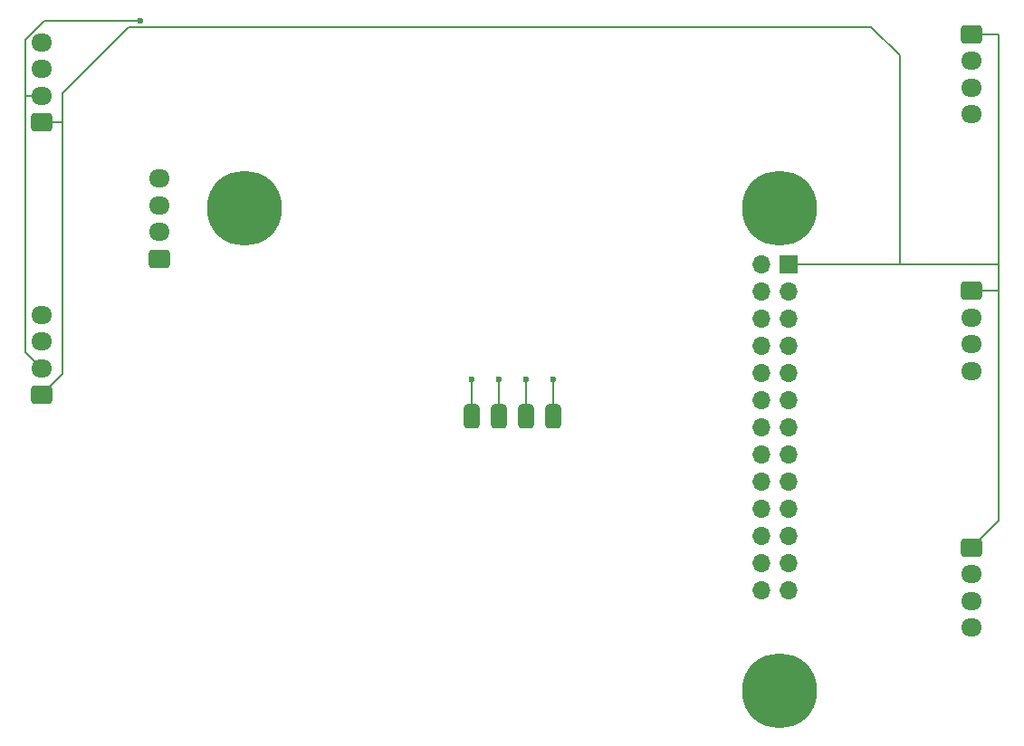
<source format=gbl>
%TF.GenerationSoftware,KiCad,Pcbnew,8.0.4-8.0.4-0~ubuntu22.04.1*%
%TF.CreationDate,2024-09-28T14:33:57-04:00*%
%TF.ProjectId,hivemind-pcb,68697665-6d69-46e6-942d-7063622e6b69,rev?*%
%TF.SameCoordinates,Original*%
%TF.FileFunction,Copper,L2,Bot*%
%TF.FilePolarity,Positive*%
%FSLAX46Y46*%
G04 Gerber Fmt 4.6, Leading zero omitted, Abs format (unit mm)*
G04 Created by KiCad (PCBNEW 8.0.4-8.0.4-0~ubuntu22.04.1) date 2024-09-28 14:33:57*
%MOMM*%
%LPD*%
G01*
G04 APERTURE LIST*
G04 Aperture macros list*
%AMRoundRect*
0 Rectangle with rounded corners*
0 $1 Rounding radius*
0 $2 $3 $4 $5 $6 $7 $8 $9 X,Y pos of 4 corners*
0 Add a 4 corners polygon primitive as box body*
4,1,4,$2,$3,$4,$5,$6,$7,$8,$9,$2,$3,0*
0 Add four circle primitives for the rounded corners*
1,1,$1+$1,$2,$3*
1,1,$1+$1,$4,$5*
1,1,$1+$1,$6,$7*
1,1,$1+$1,$8,$9*
0 Add four rect primitives between the rounded corners*
20,1,$1+$1,$2,$3,$4,$5,0*
20,1,$1+$1,$4,$5,$6,$7,0*
20,1,$1+$1,$6,$7,$8,$9,0*
20,1,$1+$1,$8,$9,$2,$3,0*%
G04 Aperture macros list end*
%TA.AperFunction,ComponentPad*%
%ADD10O,1.950000X1.700000*%
%TD*%
%TA.AperFunction,ComponentPad*%
%ADD11RoundRect,0.250000X-0.725000X0.600000X-0.725000X-0.600000X0.725000X-0.600000X0.725000X0.600000X0*%
%TD*%
%TA.AperFunction,ComponentPad*%
%ADD12C,7.000000*%
%TD*%
%TA.AperFunction,ComponentPad*%
%ADD13RoundRect,0.250000X0.725000X-0.600000X0.725000X0.600000X-0.725000X0.600000X-0.725000X-0.600000X0*%
%TD*%
%TA.AperFunction,SMDPad,CuDef*%
%ADD14RoundRect,0.381000X0.381000X-0.762000X0.381000X0.762000X-0.381000X0.762000X-0.381000X-0.762000X0*%
%TD*%
%TA.AperFunction,ComponentPad*%
%ADD15O,1.700000X1.700000*%
%TD*%
%TA.AperFunction,ComponentPad*%
%ADD16R,1.700000X1.700000*%
%TD*%
%TA.AperFunction,ViaPad*%
%ADD17C,0.600000*%
%TD*%
%TA.AperFunction,Conductor*%
%ADD18C,0.200000*%
%TD*%
G04 APERTURE END LIST*
D10*
%TO.P,Queen,4,Pin_4*%
%TO.N,Net-(OPiZero3-PC5)*%
X246500000Y-55250000D03*
%TO.P,Queen,3,Pin_3*%
%TO.N,Net-(OPiZero3-PC6)*%
X246500000Y-52750000D03*
%TO.P,Queen,2,Pin_2*%
%TO.N,Net-(Abs1-Pin_2)*%
X246500000Y-50250000D03*
D11*
%TO.P,Queen,1,Pin_1*%
%TO.N,Net-(Abs1-Pin_1)*%
X246500000Y-47750000D03*
%TD*%
D10*
%TO.P,Checkers1,4,Pin_4*%
%TO.N,N/C*%
X246500000Y-103250000D03*
%TO.P,Checkers1,3,Pin_3*%
X246500000Y-100750000D03*
%TO.P,Checkers1,2,Pin_2*%
%TO.N,Net-(Abs1-Pin_2)*%
X246500000Y-98250000D03*
D11*
%TO.P,Checkers1,1,Pin_1*%
%TO.N,Net-(Abs1-Pin_1)*%
X246500000Y-95750000D03*
%TD*%
D12*
%TO.P,REF\u002A\u002A,1*%
%TO.N,N/C*%
X228500000Y-64000000D03*
%TD*%
D10*
%TO.P,Abs,4,Pin_4*%
%TO.N,N/C*%
X159500000Y-48500000D03*
%TO.P,Abs,3,Pin_3*%
X159500000Y-51000000D03*
%TO.P,Abs,2,Pin_2*%
X159500000Y-53500000D03*
D13*
%TO.P,Abs,1,Pin_1*%
X159500000Y-56000000D03*
%TD*%
D10*
%TO.P,Skulls1,4,Pin_4*%
%TO.N,Net-(OPiZero3-Pin_19)*%
X246500000Y-79250000D03*
%TO.P,Skulls1,3,Pin_3*%
%TO.N,Net-(OPiZero3-PC8)*%
X246500000Y-76750000D03*
%TO.P,Skulls1,2,Pin_2*%
%TO.N,Net-(Abs1-Pin_2)*%
X246500000Y-74250000D03*
D11*
%TO.P,Skulls1,1,Pin_1*%
%TO.N,Net-(Abs1-Pin_1)*%
X246500000Y-71750000D03*
%TD*%
D12*
%TO.P,REF\u002A\u002A,1*%
%TO.N,N/C*%
X228500000Y-109150000D03*
%TD*%
D10*
%TO.P,LCD,4,GND*%
%TO.N,Net-(LCD1-GND)*%
X170500000Y-61250000D03*
%TO.P,LCD,3,VCC*%
%TO.N,Net-(LCD1-VCC)*%
X170500000Y-63750000D03*
%TO.P,LCD,2,SDA*%
%TO.N,Net-(LCD1-SDA)*%
X170500000Y-66250000D03*
D13*
%TO.P,LCD,1,SCK*%
%TO.N,Net-(LCD1-SCK)*%
X170500000Y-68750000D03*
%TD*%
D12*
%TO.P,REF\u002A\u002A,1*%
%TO.N,N/C*%
X178500000Y-64000000D03*
%TD*%
D10*
%TO.P,Stripes,4,Pin_4*%
%TO.N,Net-(OPiZero3-Pin_26)*%
X159500000Y-74000000D03*
%TO.P,Stripes,3,Pin_3*%
%TO.N,Net-(OPiZero3-Pin_24)*%
X159500000Y-76500000D03*
%TO.P,Stripes,2,Pin_2*%
%TO.N,Net-(Abs1-Pin_2)*%
X159500000Y-79000000D03*
D13*
%TO.P,Stripes,1,Pin_1*%
%TO.N,Net-(Abs1-Pin_1)*%
X159500000Y-81500000D03*
%TD*%
D14*
%TO.P,PN532,1,SCK*%
%TO.N,Net-(LCD1-SCK)*%
X199750000Y-83500000D03*
%TO.P,PN532,2,SDA*%
%TO.N,Net-(LCD1-SDA)*%
X202290000Y-83500000D03*
%TO.P,PN532,3,VCC*%
%TO.N,Net-(LCD1-VCC)*%
X204830000Y-83500000D03*
%TO.P,PN532,4,GND*%
%TO.N,Net-(LCD1-GND)*%
X207370000Y-83500000D03*
%TD*%
D15*
%TO.P,OPiZero3,26,Pin_26*%
%TO.N,Net-(OPiZero3-Pin_26)*%
X226860000Y-99730000D03*
%TO.P,OPiZero3,25,Pin_25*%
%TO.N,Net-(Abs1-Pin_2)*%
X229400000Y-99730000D03*
%TO.P,OPiZero3,24,Pin_24*%
%TO.N,Net-(OPiZero3-Pin_24)*%
X226860000Y-97190000D03*
%TO.P,OPiZero3,23,Pin_23*%
%TO.N,Net-(Checkers1-Pin_4)*%
X229400000Y-97190000D03*
%TO.P,OPiZero3,22,Pin_22*%
%TO.N,Net-(Abs1-Pin_4)*%
X226860000Y-94650000D03*
%TO.P,OPiZero3,21,Pin_21*%
%TO.N,Net-(Checkers1-Pin_3)*%
X229400000Y-94650000D03*
%TO.P,OPiZero3,20,Pin_20*%
%TO.N,unconnected-(OPiZero3-Pin_20-Pad20)*%
X226860000Y-92110000D03*
%TO.P,OPiZero3,19,Pin_19*%
%TO.N,Net-(OPiZero3-Pin_19)*%
X229400000Y-92110000D03*
%TO.P,OPiZero3,18,Pin_18*%
%TO.N,Net-(Abs1-Pin_3)*%
X226860000Y-89570000D03*
%TO.P,OPiZero3,17,Pin_17*%
%TO.N,unconnected-(OPiZero3-Pin_17-Pad17)*%
X229400000Y-89570000D03*
%TO.P,OPiZero3,16,Pin_16*%
%TO.N,unconnected-(OPiZero3-Pin_16-Pad16)*%
X226860000Y-87030000D03*
%TO.P,OPiZero3,15,PC8*%
%TO.N,Net-(OPiZero3-PC8)*%
X229400000Y-87030000D03*
%TO.P,OPiZero3,14,Pin_14*%
%TO.N,unconnected-(OPiZero3-Pin_14-Pad14)*%
X226860000Y-84490000D03*
%TO.P,OPiZero3,13,PC5*%
%TO.N,Net-(OPiZero3-PC5)*%
X229400000Y-84490000D03*
%TO.P,OPiZero3,12,Pin_12*%
%TO.N,unconnected-(OPiZero3-Pin_12-Pad12)*%
X226860000Y-81950000D03*
%TO.P,OPiZero3,11,PC6*%
%TO.N,Net-(OPiZero3-PC6)*%
X229400000Y-81950000D03*
%TO.P,OPiZero3,10,Pin_10*%
%TO.N,unconnected-(OPiZero3-Pin_10-Pad10)*%
X226860000Y-79410000D03*
%TO.P,OPiZero3,9,GND*%
%TO.N,unconnected-(OPiZero3-GND-Pad9)*%
X229400000Y-79410000D03*
%TO.P,OPiZero3,8,Pin_8*%
%TO.N,unconnected-(OPiZero3-Pin_8-Pad8)*%
X226860000Y-76870000D03*
%TO.P,OPiZero3,7,PC9*%
%TO.N,unconnected-(OPiZero3-PC9-Pad7)*%
X229400000Y-76870000D03*
%TO.P,OPiZero3,6,Pin_6*%
%TO.N,Net-(LCD1-GND)*%
X226860000Y-74330000D03*
%TO.P,OPiZero3,5,SCK*%
%TO.N,Net-(LCD1-SCK)*%
X229400000Y-74330000D03*
%TO.P,OPiZero3,4,Pin_4*%
%TO.N,Net-(LCD1-VCC)*%
X226860000Y-71790000D03*
%TO.P,OPiZero3,3,SDA*%
%TO.N,Net-(LCD1-SDA)*%
X229400000Y-71790000D03*
%TO.P,OPiZero3,2,Pin_2*%
%TO.N,unconnected-(OPiZero3-Pin_2-Pad2)*%
X226860000Y-69250000D03*
D16*
%TO.P,OPiZero3,1,3.3V*%
%TO.N,Net-(Abs1-Pin_1)*%
X229400000Y-69250000D03*
%TD*%
D17*
%TO.N,Net-(Abs1-Pin_2)*%
X168750000Y-46500000D03*
%TO.N,Net-(LCD1-SDA)*%
X202290000Y-80000000D03*
%TO.N,Net-(LCD1-SCK)*%
X199750000Y-80000000D03*
%TO.N,Net-(LCD1-VCC)*%
X204830000Y-80000000D03*
%TO.N,Net-(LCD1-GND)*%
X207370000Y-80000000D03*
%TD*%
D18*
%TO.N,Net-(Abs1-Pin_2)*%
X159748654Y-46500000D02*
X158000000Y-48248654D01*
X168750000Y-46500000D02*
X159748654Y-46500000D01*
X158000000Y-53500000D02*
X158000000Y-77500000D01*
X159500000Y-53500000D02*
X158000000Y-53500000D01*
X158000000Y-48248654D02*
X158000000Y-53500000D01*
X158000000Y-77500000D02*
X159500000Y-79000000D01*
%TO.N,Net-(Abs1-Pin_1)*%
X161500000Y-79500000D02*
X159500000Y-81500000D01*
X239750000Y-69250000D02*
X249000000Y-69250000D01*
X249000000Y-47750000D02*
X249000000Y-69250000D01*
X167650000Y-47100000D02*
X161500000Y-53250000D01*
X161500000Y-53250000D02*
X161500000Y-56000000D01*
X246500000Y-71750000D02*
X249000000Y-71750000D01*
X249000000Y-71750000D02*
X249000000Y-93250000D01*
X237100000Y-47100000D02*
X167650000Y-47100000D01*
X249000000Y-69250000D02*
X249000000Y-71750000D01*
X161500000Y-56000000D02*
X161500000Y-79500000D01*
X246500000Y-47750000D02*
X249000000Y-47750000D01*
X229400000Y-69250000D02*
X239750000Y-69250000D01*
X239750000Y-69250000D02*
X239750000Y-49750000D01*
X159500000Y-56000000D02*
X161500000Y-56000000D01*
X239750000Y-49750000D02*
X237100000Y-47100000D01*
X249000000Y-93250000D02*
X246500000Y-95750000D01*
%TO.N,Net-(LCD1-SDA)*%
X202290000Y-80000000D02*
X202290000Y-83500000D01*
X202250000Y-80000000D02*
X202290000Y-80040000D01*
%TO.N,Net-(LCD1-SCK)*%
X199750000Y-80000000D02*
X199750000Y-83500000D01*
%TO.N,Net-(LCD1-VCC)*%
X204830000Y-80000000D02*
X204830000Y-83500000D01*
%TO.N,Net-(LCD1-GND)*%
X207250000Y-80000000D02*
X207300000Y-80000000D01*
X207370000Y-80000000D02*
X207370000Y-83500000D01*
%TD*%
M02*

</source>
